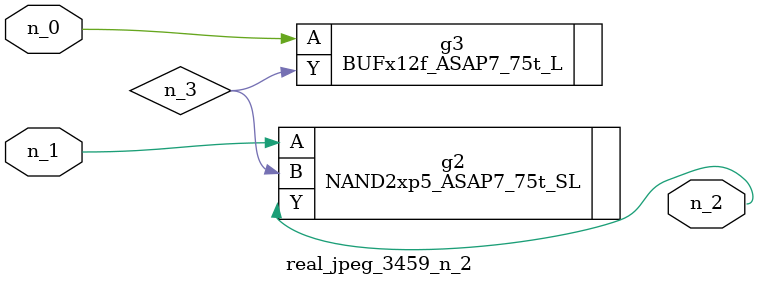
<source format=v>
module real_jpeg_3459_n_2 (n_1, n_0, n_2);

input n_1;
input n_0;

output n_2;

wire n_3;

BUFx12f_ASAP7_75t_L g3 ( 
.A(n_0),
.Y(n_3)
);

NAND2xp5_ASAP7_75t_SL g2 ( 
.A(n_1),
.B(n_3),
.Y(n_2)
);


endmodule
</source>
